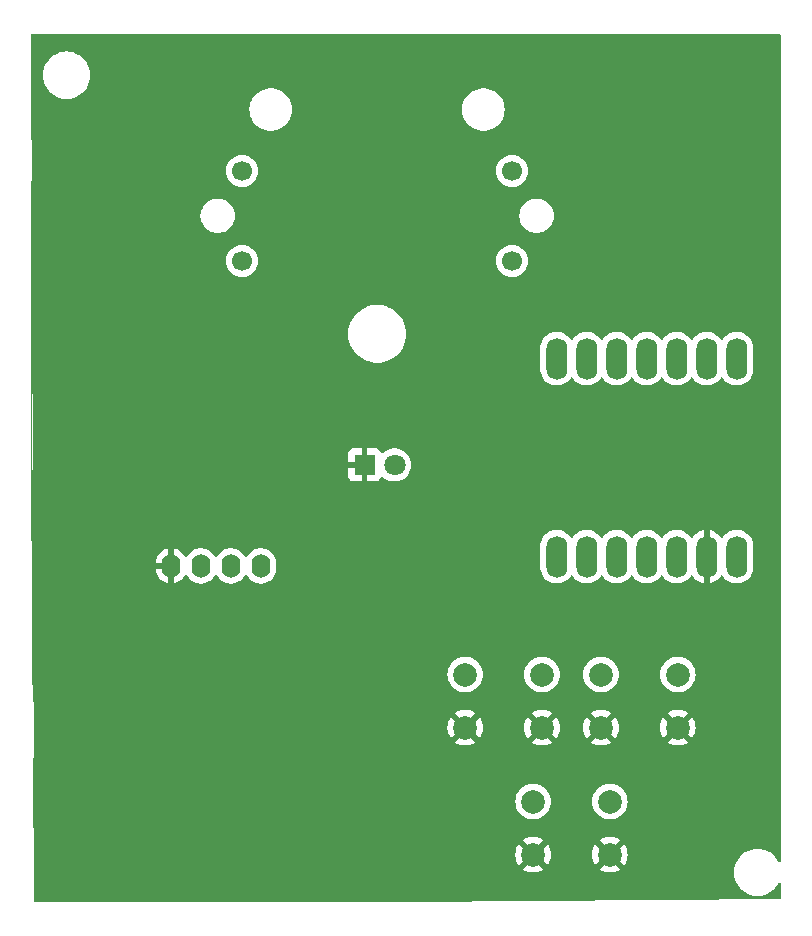
<source format=gbr>
%TF.GenerationSoftware,KiCad,Pcbnew,8.0.8*%
%TF.CreationDate,2025-02-27T23:00:34-08:00*%
%TF.ProjectId,514_final_display_pcb,3531345f-6669-46e6-916c-5f646973706c,rev?*%
%TF.SameCoordinates,Original*%
%TF.FileFunction,Copper,L2,Bot*%
%TF.FilePolarity,Positive*%
%FSLAX46Y46*%
G04 Gerber Fmt 4.6, Leading zero omitted, Abs format (unit mm)*
G04 Created by KiCad (PCBNEW 8.0.8) date 2025-02-27 23:00:34*
%MOMM*%
%LPD*%
G01*
G04 APERTURE LIST*
%TA.AperFunction,ComponentPad*%
%ADD10R,1.800000X1.800000*%
%TD*%
%TA.AperFunction,ComponentPad*%
%ADD11C,1.800000*%
%TD*%
%TA.AperFunction,ComponentPad*%
%ADD12C,1.700000*%
%TD*%
%TA.AperFunction,ComponentPad*%
%ADD13C,2.000000*%
%TD*%
%TA.AperFunction,ComponentPad*%
%ADD14O,1.600000X2.000000*%
%TD*%
%TA.AperFunction,ComponentPad*%
%ADD15O,1.778000X3.556000*%
%TD*%
G04 APERTURE END LIST*
D10*
%TO.P,D1,1,K*%
%TO.N,GND*%
X101975000Y-86000000D03*
D11*
%TO.P,D1,2,A*%
%TO.N,Net-(D1-A)*%
X104515000Y-86000000D03*
%TD*%
D12*
%TO.P,M1,1*%
%TO.N,/SM_1*%
X91610000Y-68720000D03*
%TO.P,M1,2,-*%
%TO.N,/SM_2*%
X91610000Y-61100000D03*
%TO.P,M1,3*%
%TO.N,/SM_3*%
X114470000Y-68720000D03*
%TO.P,M1,4*%
%TO.N,/SM_4*%
X114470000Y-61100000D03*
%TD*%
D13*
%TO.P,SW2,1,1*%
%TO.N,GND*%
X117000000Y-108250000D03*
X110500000Y-108250000D03*
%TO.P,SW2,2,2*%
%TO.N,/plus*%
X117000000Y-103750000D03*
X110500000Y-103750000D03*
%TD*%
D14*
%TO.P,Brd1,1,GND*%
%TO.N,GND*%
X85580000Y-94550000D03*
%TO.P,Brd1,2,VCC*%
%TO.N,/3.3V*%
X88120000Y-94550000D03*
%TO.P,Brd1,3,SCL*%
%TO.N,/SSD_SCL*%
X90660000Y-94550000D03*
%TO.P,Brd1,4,SDA*%
%TO.N,/SSD_SDA*%
X93200000Y-94550000D03*
%TD*%
D13*
%TO.P,SW1,1,1*%
%TO.N,GND*%
X122750000Y-119000000D03*
X116250000Y-119000000D03*
%TO.P,SW1,2,2*%
%TO.N,/Reset*%
X122750000Y-114500000D03*
X116250000Y-114500000D03*
%TD*%
D15*
%TO.P,U1,1,GPIO1_A0_D0*%
%TO.N,/SM_4*%
X133490000Y-76998000D03*
%TO.P,U1,2,GPIO2_A1_D1*%
%TO.N,/SM_2*%
X130950000Y-76998000D03*
%TO.P,U1,3,GPIO3_A2_D2*%
%TO.N,/SM_3*%
X128410000Y-76998000D03*
%TO.P,U1,4,GPIO4_A3_D3*%
%TO.N,/SM_1*%
X125870000Y-76998000D03*
%TO.P,U1,5,GPIO4_A3_D3_SDA*%
%TO.N,/SSD_SDA*%
X123330000Y-76998000D03*
%TO.P,U1,6,GPIO6_A5_D5_SCL*%
%TO.N,/SSD_SCL*%
X120790000Y-76998000D03*
%TO.P,U1,7,GPIO43_TX_D6*%
%TO.N,Net-(U1-GPIO43_TX_D6)*%
X118250000Y-76998000D03*
%TO.P,U1,8,5V*%
%TO.N,/BT1*%
X133490000Y-93762000D03*
%TO.P,U1,9,GND*%
%TO.N,GND*%
X130950000Y-93762000D03*
%TO.P,U1,10,3V3*%
%TO.N,/3.3V*%
X128410000Y-93762000D03*
%TO.P,U1,11,GPIO9_A10_D10_COPI*%
%TO.N,/minus*%
X125870000Y-93762000D03*
%TO.P,U1,12,GPIO8_A9_D9_CIPO*%
%TO.N,/plus*%
X123330000Y-93762000D03*
%TO.P,U1,13,GPIO7_A8_D8_SCK*%
%TO.N,/Reset*%
X120790000Y-93762000D03*
%TO.P,U1,14,GPIO44_D7_RX*%
%TO.N,unconnected-(U1-GPIO44_D7_RX-Pad14)*%
X118250000Y-93762000D03*
%TD*%
D13*
%TO.P,SW3,1,1*%
%TO.N,GND*%
X128500000Y-108250000D03*
X122000000Y-108250000D03*
%TO.P,SW3,2,2*%
%TO.N,/minus*%
X128500000Y-103750000D03*
X122000000Y-103750000D03*
%TD*%
%TA.AperFunction,Conductor*%
%TO.N,GND*%
G36*
X137249500Y-122628944D02*
G01*
X137229815Y-122695983D01*
X137177011Y-122741738D01*
X137126476Y-122752940D01*
X105814008Y-122999496D01*
X105813032Y-122999500D01*
X74121472Y-122999500D01*
X74119945Y-122999051D01*
X137249500Y-122500003D01*
X137249500Y-122628944D01*
G37*
%TD.AperFunction*%
%TA.AperFunction,Conductor*%
G36*
X73999612Y-122886005D02*
G01*
X73997475Y-122876338D01*
X73996621Y-122750000D01*
X73750503Y-86324444D01*
X73750500Y-86323606D01*
X73750500Y-49647000D01*
X73999612Y-122886005D01*
G37*
%TD.AperFunction*%
%TD*%
%TA.AperFunction,Conductor*%
%TO.N,GND*%
G36*
X137192539Y-49520185D02*
G01*
X137238294Y-49572989D01*
X137249500Y-49624500D01*
X137249500Y-119501743D01*
X137229815Y-119568782D01*
X137177011Y-119614537D01*
X137107853Y-119624481D01*
X137044297Y-119595456D01*
X137016668Y-119561170D01*
X136937229Y-119415690D01*
X136937224Y-119415682D01*
X136765745Y-119186612D01*
X136765729Y-119186594D01*
X136563405Y-118984270D01*
X136563387Y-118984254D01*
X136334317Y-118812775D01*
X136334309Y-118812770D01*
X136083166Y-118675635D01*
X136083167Y-118675635D01*
X135975915Y-118635632D01*
X135815046Y-118575631D01*
X135815043Y-118575630D01*
X135815037Y-118575628D01*
X135535433Y-118514804D01*
X135250001Y-118494390D01*
X135249999Y-118494390D01*
X134964566Y-118514804D01*
X134684962Y-118575628D01*
X134416833Y-118675635D01*
X134165690Y-118812770D01*
X134165682Y-118812775D01*
X133936612Y-118984254D01*
X133936594Y-118984270D01*
X133734270Y-119186594D01*
X133734254Y-119186612D01*
X133562775Y-119415682D01*
X133562770Y-119415690D01*
X133425635Y-119666833D01*
X133325628Y-119934962D01*
X133264804Y-120214566D01*
X133244390Y-120499998D01*
X133244390Y-120500000D01*
X133264804Y-120785433D01*
X133325628Y-121065037D01*
X133425635Y-121333166D01*
X133562770Y-121584309D01*
X133562775Y-121584317D01*
X133734254Y-121813387D01*
X133734270Y-121813405D01*
X133936594Y-122015729D01*
X133936612Y-122015745D01*
X134165682Y-122187224D01*
X134165690Y-122187229D01*
X134416833Y-122324364D01*
X134416832Y-122324364D01*
X134416836Y-122324365D01*
X134416839Y-122324367D01*
X134684954Y-122424369D01*
X134684960Y-122424370D01*
X134684962Y-122424371D01*
X134964566Y-122485195D01*
X134964568Y-122485195D01*
X134964572Y-122485196D01*
X135218220Y-122503337D01*
X135249999Y-122505610D01*
X135250000Y-122505610D01*
X135250001Y-122505610D01*
X135278595Y-122503564D01*
X135535428Y-122485196D01*
X135815046Y-122424369D01*
X136083161Y-122324367D01*
X136334315Y-122187226D01*
X136563395Y-122015739D01*
X136765739Y-121813395D01*
X136937226Y-121584315D01*
X136984218Y-121498256D01*
X137016668Y-121438829D01*
X137066073Y-121389424D01*
X137134346Y-121374572D01*
X137199811Y-121398989D01*
X137241682Y-121454923D01*
X137249500Y-121498256D01*
X137249500Y-122500003D01*
X74119945Y-122999051D01*
X74054433Y-122979815D01*
X74008678Y-122927011D01*
X73999612Y-122886005D01*
X73986394Y-118999994D01*
X114744859Y-118999994D01*
X114744859Y-119000005D01*
X114765385Y-119247729D01*
X114765387Y-119247738D01*
X114826412Y-119488717D01*
X114926267Y-119716367D01*
X115026562Y-119869881D01*
X115726212Y-119170233D01*
X115737482Y-119212292D01*
X115809890Y-119337708D01*
X115912292Y-119440110D01*
X116037708Y-119512518D01*
X116079766Y-119523787D01*
X115379943Y-120223609D01*
X115426768Y-120260055D01*
X115426771Y-120260057D01*
X115645385Y-120378364D01*
X115645396Y-120378369D01*
X115880506Y-120459083D01*
X116125707Y-120500000D01*
X116374293Y-120500000D01*
X116619493Y-120459083D01*
X116854603Y-120378369D01*
X116854614Y-120378364D01*
X117073230Y-120260056D01*
X117073236Y-120260051D01*
X117120055Y-120223610D01*
X117120056Y-120223609D01*
X116420233Y-119523787D01*
X116462292Y-119512518D01*
X116587708Y-119440110D01*
X116690110Y-119337708D01*
X116762518Y-119212292D01*
X116773787Y-119170234D01*
X117473435Y-119869882D01*
X117573733Y-119716364D01*
X117673587Y-119488717D01*
X117734612Y-119247738D01*
X117734614Y-119247729D01*
X117755141Y-119000005D01*
X117755141Y-118999994D01*
X121244859Y-118999994D01*
X121244859Y-119000005D01*
X121265385Y-119247729D01*
X121265387Y-119247738D01*
X121326412Y-119488717D01*
X121426267Y-119716367D01*
X121526562Y-119869881D01*
X122226212Y-119170233D01*
X122237482Y-119212292D01*
X122309890Y-119337708D01*
X122412292Y-119440110D01*
X122537708Y-119512518D01*
X122579766Y-119523787D01*
X121879943Y-120223609D01*
X121926768Y-120260055D01*
X121926771Y-120260057D01*
X122145385Y-120378364D01*
X122145396Y-120378369D01*
X122380506Y-120459083D01*
X122625707Y-120500000D01*
X122874293Y-120500000D01*
X123119493Y-120459083D01*
X123354603Y-120378369D01*
X123354614Y-120378364D01*
X123573230Y-120260056D01*
X123573236Y-120260051D01*
X123620055Y-120223610D01*
X123620056Y-120223609D01*
X122920233Y-119523787D01*
X122962292Y-119512518D01*
X123087708Y-119440110D01*
X123190110Y-119337708D01*
X123262518Y-119212292D01*
X123273787Y-119170234D01*
X123973435Y-119869882D01*
X124073733Y-119716364D01*
X124173587Y-119488717D01*
X124234612Y-119247738D01*
X124234614Y-119247729D01*
X124255141Y-119000005D01*
X124255141Y-118999994D01*
X124234614Y-118752270D01*
X124234612Y-118752261D01*
X124173587Y-118511282D01*
X124073732Y-118283632D01*
X123973435Y-118130116D01*
X123273787Y-118829765D01*
X123262518Y-118787708D01*
X123190110Y-118662292D01*
X123087708Y-118559890D01*
X122962292Y-118487482D01*
X122920233Y-118476212D01*
X123620055Y-117776389D01*
X123620055Y-117776388D01*
X123573236Y-117739947D01*
X123573231Y-117739944D01*
X123354614Y-117621635D01*
X123354603Y-117621630D01*
X123119493Y-117540916D01*
X122874293Y-117500000D01*
X122625707Y-117500000D01*
X122380506Y-117540916D01*
X122145396Y-117621630D01*
X122145385Y-117621635D01*
X121926770Y-117739943D01*
X121879943Y-117776389D01*
X122579766Y-118476212D01*
X122537708Y-118487482D01*
X122412292Y-118559890D01*
X122309890Y-118662292D01*
X122237482Y-118787708D01*
X122226212Y-118829766D01*
X121526563Y-118130117D01*
X121426267Y-118283633D01*
X121426265Y-118283637D01*
X121326412Y-118511282D01*
X121265387Y-118752261D01*
X121265385Y-118752270D01*
X121244859Y-118999994D01*
X117755141Y-118999994D01*
X117734614Y-118752270D01*
X117734612Y-118752261D01*
X117673587Y-118511282D01*
X117573732Y-118283632D01*
X117473435Y-118130116D01*
X116773787Y-118829765D01*
X116762518Y-118787708D01*
X116690110Y-118662292D01*
X116587708Y-118559890D01*
X116462292Y-118487482D01*
X116420233Y-118476212D01*
X117120055Y-117776389D01*
X117120055Y-117776388D01*
X117073236Y-117739947D01*
X117073231Y-117739944D01*
X116854614Y-117621635D01*
X116854603Y-117621630D01*
X116619493Y-117540916D01*
X116374293Y-117500000D01*
X116125707Y-117500000D01*
X115880506Y-117540916D01*
X115645396Y-117621630D01*
X115645385Y-117621635D01*
X115426770Y-117739943D01*
X115379943Y-117776389D01*
X116079766Y-118476212D01*
X116037708Y-118487482D01*
X115912292Y-118559890D01*
X115809890Y-118662292D01*
X115737482Y-118787708D01*
X115726212Y-118829766D01*
X115026563Y-118130117D01*
X114926267Y-118283633D01*
X114926265Y-118283637D01*
X114826412Y-118511282D01*
X114765387Y-118752261D01*
X114765385Y-118752270D01*
X114744859Y-118999994D01*
X73986394Y-118999994D01*
X73971088Y-114499994D01*
X114744357Y-114499994D01*
X114744357Y-114500005D01*
X114764890Y-114747812D01*
X114764892Y-114747824D01*
X114825936Y-114988881D01*
X114925826Y-115216606D01*
X115061833Y-115424782D01*
X115061836Y-115424785D01*
X115230256Y-115607738D01*
X115426491Y-115760474D01*
X115645190Y-115878828D01*
X115880386Y-115959571D01*
X116125665Y-116000500D01*
X116374335Y-116000500D01*
X116619614Y-115959571D01*
X116854810Y-115878828D01*
X117073509Y-115760474D01*
X117269744Y-115607738D01*
X117438164Y-115424785D01*
X117574173Y-115216607D01*
X117674063Y-114988881D01*
X117735108Y-114747821D01*
X117755643Y-114500000D01*
X117755643Y-114499994D01*
X121244357Y-114499994D01*
X121244357Y-114500005D01*
X121264890Y-114747812D01*
X121264892Y-114747824D01*
X121325936Y-114988881D01*
X121425826Y-115216606D01*
X121561833Y-115424782D01*
X121561836Y-115424785D01*
X121730256Y-115607738D01*
X121926491Y-115760474D01*
X122145190Y-115878828D01*
X122380386Y-115959571D01*
X122625665Y-116000500D01*
X122874335Y-116000500D01*
X123119614Y-115959571D01*
X123354810Y-115878828D01*
X123573509Y-115760474D01*
X123769744Y-115607738D01*
X123938164Y-115424785D01*
X124074173Y-115216607D01*
X124174063Y-114988881D01*
X124235108Y-114747821D01*
X124255643Y-114500000D01*
X124235108Y-114252179D01*
X124174063Y-114011119D01*
X124074173Y-113783393D01*
X123938166Y-113575217D01*
X123916557Y-113551744D01*
X123769744Y-113392262D01*
X123573509Y-113239526D01*
X123573507Y-113239525D01*
X123573506Y-113239524D01*
X123354811Y-113121172D01*
X123354802Y-113121169D01*
X123119616Y-113040429D01*
X122874335Y-112999500D01*
X122625665Y-112999500D01*
X122380383Y-113040429D01*
X122145197Y-113121169D01*
X122145188Y-113121172D01*
X121926493Y-113239524D01*
X121730257Y-113392261D01*
X121561833Y-113575217D01*
X121425826Y-113783393D01*
X121325936Y-114011118D01*
X121264892Y-114252175D01*
X121264890Y-114252187D01*
X121244357Y-114499994D01*
X117755643Y-114499994D01*
X117735108Y-114252179D01*
X117674063Y-114011119D01*
X117574173Y-113783393D01*
X117438166Y-113575217D01*
X117416557Y-113551744D01*
X117269744Y-113392262D01*
X117073509Y-113239526D01*
X117073507Y-113239525D01*
X117073506Y-113239524D01*
X116854811Y-113121172D01*
X116854802Y-113121169D01*
X116619616Y-113040429D01*
X116374335Y-112999500D01*
X116125665Y-112999500D01*
X115880383Y-113040429D01*
X115645197Y-113121169D01*
X115645188Y-113121172D01*
X115426493Y-113239524D01*
X115230257Y-113392261D01*
X115061833Y-113575217D01*
X114925826Y-113783393D01*
X114825936Y-114011118D01*
X114764892Y-114252175D01*
X114764890Y-114252187D01*
X114744357Y-114499994D01*
X73971088Y-114499994D01*
X73949830Y-108249994D01*
X108994859Y-108249994D01*
X108994859Y-108250005D01*
X109015385Y-108497729D01*
X109015387Y-108497738D01*
X109076412Y-108738717D01*
X109176267Y-108966367D01*
X109276562Y-109119881D01*
X109976212Y-108420233D01*
X109987482Y-108462292D01*
X110059890Y-108587708D01*
X110162292Y-108690110D01*
X110287708Y-108762518D01*
X110329766Y-108773787D01*
X109629943Y-109473609D01*
X109676768Y-109510055D01*
X109676771Y-109510057D01*
X109895385Y-109628364D01*
X109895396Y-109628369D01*
X110130506Y-109709083D01*
X110375707Y-109750000D01*
X110624293Y-109750000D01*
X110869493Y-109709083D01*
X111104603Y-109628369D01*
X111104614Y-109628364D01*
X111323230Y-109510056D01*
X111323236Y-109510051D01*
X111370055Y-109473610D01*
X111370056Y-109473609D01*
X110670233Y-108773787D01*
X110712292Y-108762518D01*
X110837708Y-108690110D01*
X110940110Y-108587708D01*
X111012518Y-108462292D01*
X111023787Y-108420233D01*
X111723435Y-109119882D01*
X111823733Y-108966364D01*
X111923587Y-108738717D01*
X111984612Y-108497738D01*
X111984614Y-108497729D01*
X112005141Y-108250005D01*
X112005141Y-108249994D01*
X115494859Y-108249994D01*
X115494859Y-108250005D01*
X115515385Y-108497729D01*
X115515387Y-108497738D01*
X115576412Y-108738717D01*
X115676267Y-108966367D01*
X115776562Y-109119881D01*
X116476212Y-108420233D01*
X116487482Y-108462292D01*
X116559890Y-108587708D01*
X116662292Y-108690110D01*
X116787708Y-108762518D01*
X116829766Y-108773787D01*
X116129943Y-109473609D01*
X116176768Y-109510055D01*
X116176771Y-109510057D01*
X116395385Y-109628364D01*
X116395396Y-109628369D01*
X116630506Y-109709083D01*
X116875707Y-109750000D01*
X117124293Y-109750000D01*
X117369493Y-109709083D01*
X117604603Y-109628369D01*
X117604614Y-109628364D01*
X117823230Y-109510056D01*
X117823236Y-109510051D01*
X117870055Y-109473610D01*
X117870056Y-109473609D01*
X117170233Y-108773787D01*
X117212292Y-108762518D01*
X117337708Y-108690110D01*
X117440110Y-108587708D01*
X117512518Y-108462292D01*
X117523787Y-108420234D01*
X118223435Y-109119882D01*
X118323733Y-108966364D01*
X118423587Y-108738717D01*
X118484612Y-108497738D01*
X118484614Y-108497729D01*
X118505141Y-108250005D01*
X118505141Y-108249994D01*
X120494859Y-108249994D01*
X120494859Y-108250005D01*
X120515385Y-108497729D01*
X120515387Y-108497738D01*
X120576412Y-108738717D01*
X120676267Y-108966367D01*
X120776562Y-109119881D01*
X121476212Y-108420233D01*
X121487482Y-108462292D01*
X121559890Y-108587708D01*
X121662292Y-108690110D01*
X121787708Y-108762518D01*
X121829766Y-108773787D01*
X121129943Y-109473609D01*
X121176768Y-109510055D01*
X121176771Y-109510057D01*
X121395385Y-109628364D01*
X121395396Y-109628369D01*
X121630506Y-109709083D01*
X121875707Y-109750000D01*
X122124293Y-109750000D01*
X122369493Y-109709083D01*
X122604603Y-109628369D01*
X122604614Y-109628364D01*
X122823230Y-109510056D01*
X122823236Y-109510051D01*
X122870055Y-109473610D01*
X122870056Y-109473609D01*
X122170233Y-108773787D01*
X122212292Y-108762518D01*
X122337708Y-108690110D01*
X122440110Y-108587708D01*
X122512518Y-108462292D01*
X122523787Y-108420234D01*
X123223435Y-109119882D01*
X123323733Y-108966364D01*
X123423587Y-108738717D01*
X123484612Y-108497738D01*
X123484614Y-108497729D01*
X123505141Y-108250005D01*
X123505141Y-108249994D01*
X126994859Y-108249994D01*
X126994859Y-108250005D01*
X127015385Y-108497729D01*
X127015387Y-108497738D01*
X127076412Y-108738717D01*
X127176267Y-108966367D01*
X127276562Y-109119881D01*
X127976212Y-108420233D01*
X127987482Y-108462292D01*
X128059890Y-108587708D01*
X128162292Y-108690110D01*
X128287708Y-108762518D01*
X128329766Y-108773787D01*
X127629943Y-109473609D01*
X127676768Y-109510055D01*
X127676771Y-109510057D01*
X127895385Y-109628364D01*
X127895396Y-109628369D01*
X128130506Y-109709083D01*
X128375707Y-109750000D01*
X128624293Y-109750000D01*
X128869493Y-109709083D01*
X129104603Y-109628369D01*
X129104614Y-109628364D01*
X129323230Y-109510056D01*
X129323236Y-109510051D01*
X129370055Y-109473610D01*
X129370056Y-109473609D01*
X128670233Y-108773787D01*
X128712292Y-108762518D01*
X128837708Y-108690110D01*
X128940110Y-108587708D01*
X129012518Y-108462292D01*
X129023787Y-108420234D01*
X129723435Y-109119882D01*
X129823733Y-108966364D01*
X129923587Y-108738717D01*
X129984612Y-108497738D01*
X129984614Y-108497729D01*
X130005141Y-108250005D01*
X130005141Y-108249994D01*
X129984614Y-108002270D01*
X129984612Y-108002261D01*
X129923587Y-107761282D01*
X129823732Y-107533632D01*
X129723435Y-107380116D01*
X129023787Y-108079765D01*
X129012518Y-108037708D01*
X128940110Y-107912292D01*
X128837708Y-107809890D01*
X128712292Y-107737482D01*
X128670233Y-107726212D01*
X129370055Y-107026389D01*
X129370055Y-107026388D01*
X129323236Y-106989947D01*
X129323231Y-106989944D01*
X129104614Y-106871635D01*
X129104603Y-106871630D01*
X128869493Y-106790916D01*
X128624293Y-106750000D01*
X128375707Y-106750000D01*
X128130506Y-106790916D01*
X127895396Y-106871630D01*
X127895385Y-106871635D01*
X127676770Y-106989943D01*
X127629943Y-107026389D01*
X128329766Y-107726212D01*
X128287708Y-107737482D01*
X128162292Y-107809890D01*
X128059890Y-107912292D01*
X127987482Y-108037708D01*
X127976212Y-108079766D01*
X127276563Y-107380117D01*
X127176267Y-107533633D01*
X127176265Y-107533637D01*
X127076412Y-107761282D01*
X127015387Y-108002261D01*
X127015385Y-108002270D01*
X126994859Y-108249994D01*
X123505141Y-108249994D01*
X123484614Y-108002270D01*
X123484612Y-108002261D01*
X123423587Y-107761282D01*
X123323732Y-107533632D01*
X123223435Y-107380116D01*
X122523787Y-108079765D01*
X122512518Y-108037708D01*
X122440110Y-107912292D01*
X122337708Y-107809890D01*
X122212292Y-107737482D01*
X122170233Y-107726212D01*
X122870055Y-107026389D01*
X122870055Y-107026388D01*
X122823236Y-106989947D01*
X122823231Y-106989944D01*
X122604614Y-106871635D01*
X122604603Y-106871630D01*
X122369493Y-106790916D01*
X122124293Y-106750000D01*
X121875707Y-106750000D01*
X121630506Y-106790916D01*
X121395396Y-106871630D01*
X121395385Y-106871635D01*
X121176770Y-106989943D01*
X121129943Y-107026389D01*
X121829766Y-107726212D01*
X121787708Y-107737482D01*
X121662292Y-107809890D01*
X121559890Y-107912292D01*
X121487482Y-108037708D01*
X121476212Y-108079765D01*
X120776563Y-107380117D01*
X120676267Y-107533633D01*
X120676265Y-107533637D01*
X120576412Y-107761282D01*
X120515387Y-108002261D01*
X120515385Y-108002270D01*
X120494859Y-108249994D01*
X118505141Y-108249994D01*
X118484614Y-108002270D01*
X118484612Y-108002261D01*
X118423587Y-107761282D01*
X118323732Y-107533632D01*
X118223435Y-107380116D01*
X117523787Y-108079765D01*
X117512518Y-108037708D01*
X117440110Y-107912292D01*
X117337708Y-107809890D01*
X117212292Y-107737482D01*
X117170233Y-107726212D01*
X117870055Y-107026389D01*
X117870055Y-107026388D01*
X117823236Y-106989947D01*
X117823231Y-106989944D01*
X117604614Y-106871635D01*
X117604603Y-106871630D01*
X117369493Y-106790916D01*
X117124293Y-106750000D01*
X116875707Y-106750000D01*
X116630506Y-106790916D01*
X116395396Y-106871630D01*
X116395385Y-106871635D01*
X116176770Y-106989943D01*
X116129943Y-107026389D01*
X116829766Y-107726212D01*
X116787708Y-107737482D01*
X116662292Y-107809890D01*
X116559890Y-107912292D01*
X116487482Y-108037708D01*
X116476212Y-108079766D01*
X115776563Y-107380117D01*
X115676267Y-107533633D01*
X115676265Y-107533637D01*
X115576412Y-107761282D01*
X115515387Y-108002261D01*
X115515385Y-108002270D01*
X115494859Y-108249994D01*
X112005141Y-108249994D01*
X111984614Y-108002270D01*
X111984612Y-108002261D01*
X111923587Y-107761282D01*
X111823732Y-107533632D01*
X111723435Y-107380116D01*
X111023787Y-108079765D01*
X111012518Y-108037708D01*
X110940110Y-107912292D01*
X110837708Y-107809890D01*
X110712292Y-107737482D01*
X110670233Y-107726212D01*
X111370055Y-107026389D01*
X111370055Y-107026388D01*
X111323236Y-106989947D01*
X111323231Y-106989944D01*
X111104614Y-106871635D01*
X111104603Y-106871630D01*
X110869493Y-106790916D01*
X110624293Y-106750000D01*
X110375707Y-106750000D01*
X110130506Y-106790916D01*
X109895396Y-106871630D01*
X109895385Y-106871635D01*
X109676770Y-106989943D01*
X109629943Y-107026389D01*
X110329766Y-107726212D01*
X110287708Y-107737482D01*
X110162292Y-107809890D01*
X110059890Y-107912292D01*
X109987482Y-108037708D01*
X109976212Y-108079766D01*
X109276563Y-107380117D01*
X109176267Y-107533633D01*
X109176265Y-107533637D01*
X109076412Y-107761282D01*
X109015387Y-108002261D01*
X109015385Y-108002270D01*
X108994859Y-108249994D01*
X73949830Y-108249994D01*
X73934524Y-103749994D01*
X108994357Y-103749994D01*
X108994357Y-103750005D01*
X109014890Y-103997812D01*
X109014892Y-103997824D01*
X109075936Y-104238881D01*
X109175826Y-104466606D01*
X109311833Y-104674782D01*
X109311836Y-104674785D01*
X109480256Y-104857738D01*
X109676491Y-105010474D01*
X109895190Y-105128828D01*
X110130386Y-105209571D01*
X110375665Y-105250500D01*
X110624335Y-105250500D01*
X110869614Y-105209571D01*
X111104810Y-105128828D01*
X111323509Y-105010474D01*
X111519744Y-104857738D01*
X111688164Y-104674785D01*
X111824173Y-104466607D01*
X111924063Y-104238881D01*
X111985108Y-103997821D01*
X112005643Y-103750000D01*
X112005643Y-103749994D01*
X115494357Y-103749994D01*
X115494357Y-103750005D01*
X115514890Y-103997812D01*
X115514892Y-103997824D01*
X115575936Y-104238881D01*
X115675826Y-104466606D01*
X115811833Y-104674782D01*
X115811836Y-104674785D01*
X115980256Y-104857738D01*
X116176491Y-105010474D01*
X116395190Y-105128828D01*
X116630386Y-105209571D01*
X116875665Y-105250500D01*
X117124335Y-105250500D01*
X117369614Y-105209571D01*
X117604810Y-105128828D01*
X117823509Y-105010474D01*
X118019744Y-104857738D01*
X118188164Y-104674785D01*
X118324173Y-104466607D01*
X118424063Y-104238881D01*
X118485108Y-103997821D01*
X118505643Y-103750000D01*
X118505643Y-103749994D01*
X120494357Y-103749994D01*
X120494357Y-103750005D01*
X120514890Y-103997812D01*
X120514892Y-103997824D01*
X120575936Y-104238881D01*
X120675826Y-104466606D01*
X120811833Y-104674782D01*
X120811836Y-104674785D01*
X120980256Y-104857738D01*
X121176491Y-105010474D01*
X121395190Y-105128828D01*
X121630386Y-105209571D01*
X121875665Y-105250500D01*
X122124335Y-105250500D01*
X122369614Y-105209571D01*
X122604810Y-105128828D01*
X122823509Y-105010474D01*
X123019744Y-104857738D01*
X123188164Y-104674785D01*
X123324173Y-104466607D01*
X123424063Y-104238881D01*
X123485108Y-103997821D01*
X123505643Y-103750000D01*
X123505643Y-103749994D01*
X126994357Y-103749994D01*
X126994357Y-103750005D01*
X127014890Y-103997812D01*
X127014892Y-103997824D01*
X127075936Y-104238881D01*
X127175826Y-104466606D01*
X127311833Y-104674782D01*
X127311836Y-104674785D01*
X127480256Y-104857738D01*
X127676491Y-105010474D01*
X127895190Y-105128828D01*
X128130386Y-105209571D01*
X128375665Y-105250500D01*
X128624335Y-105250500D01*
X128869614Y-105209571D01*
X129104810Y-105128828D01*
X129323509Y-105010474D01*
X129519744Y-104857738D01*
X129688164Y-104674785D01*
X129824173Y-104466607D01*
X129924063Y-104238881D01*
X129985108Y-103997821D01*
X130005643Y-103750000D01*
X129985108Y-103502179D01*
X129924063Y-103261119D01*
X129824173Y-103033393D01*
X129688166Y-102825217D01*
X129666557Y-102801744D01*
X129519744Y-102642262D01*
X129323509Y-102489526D01*
X129323507Y-102489525D01*
X129323506Y-102489524D01*
X129104811Y-102371172D01*
X129104802Y-102371169D01*
X128869616Y-102290429D01*
X128624335Y-102249500D01*
X128375665Y-102249500D01*
X128130383Y-102290429D01*
X127895197Y-102371169D01*
X127895188Y-102371172D01*
X127676493Y-102489524D01*
X127480257Y-102642261D01*
X127311833Y-102825217D01*
X127175826Y-103033393D01*
X127075936Y-103261118D01*
X127014892Y-103502175D01*
X127014890Y-103502187D01*
X126994357Y-103749994D01*
X123505643Y-103749994D01*
X123485108Y-103502179D01*
X123424063Y-103261119D01*
X123324173Y-103033393D01*
X123188166Y-102825217D01*
X123166557Y-102801744D01*
X123019744Y-102642262D01*
X122823509Y-102489526D01*
X122823507Y-102489525D01*
X122823506Y-102489524D01*
X122604811Y-102371172D01*
X122604802Y-102371169D01*
X122369616Y-102290429D01*
X122124335Y-102249500D01*
X121875665Y-102249500D01*
X121630383Y-102290429D01*
X121395197Y-102371169D01*
X121395188Y-102371172D01*
X121176493Y-102489524D01*
X120980257Y-102642261D01*
X120811833Y-102825217D01*
X120675826Y-103033393D01*
X120575936Y-103261118D01*
X120514892Y-103502175D01*
X120514890Y-103502187D01*
X120494357Y-103749994D01*
X118505643Y-103749994D01*
X118485108Y-103502179D01*
X118424063Y-103261119D01*
X118324173Y-103033393D01*
X118188166Y-102825217D01*
X118166557Y-102801744D01*
X118019744Y-102642262D01*
X117823509Y-102489526D01*
X117823507Y-102489525D01*
X117823506Y-102489524D01*
X117604811Y-102371172D01*
X117604802Y-102371169D01*
X117369616Y-102290429D01*
X117124335Y-102249500D01*
X116875665Y-102249500D01*
X116630383Y-102290429D01*
X116395197Y-102371169D01*
X116395188Y-102371172D01*
X116176493Y-102489524D01*
X115980257Y-102642261D01*
X115811833Y-102825217D01*
X115675826Y-103033393D01*
X115575936Y-103261118D01*
X115514892Y-103502175D01*
X115514890Y-103502187D01*
X115494357Y-103749994D01*
X112005643Y-103749994D01*
X111985108Y-103502179D01*
X111924063Y-103261119D01*
X111824173Y-103033393D01*
X111688166Y-102825217D01*
X111666557Y-102801744D01*
X111519744Y-102642262D01*
X111323509Y-102489526D01*
X111323507Y-102489525D01*
X111323506Y-102489524D01*
X111104811Y-102371172D01*
X111104802Y-102371169D01*
X110869616Y-102290429D01*
X110624335Y-102249500D01*
X110375665Y-102249500D01*
X110130383Y-102290429D01*
X109895197Y-102371169D01*
X109895188Y-102371172D01*
X109676493Y-102489524D01*
X109480257Y-102642261D01*
X109311833Y-102825217D01*
X109175826Y-103033393D01*
X109075936Y-103261118D01*
X109014892Y-103502175D01*
X109014890Y-103502187D01*
X108994357Y-103749994D01*
X73934524Y-103749994D01*
X73902203Y-94247682D01*
X84280000Y-94247682D01*
X84280000Y-94300000D01*
X85146988Y-94300000D01*
X85114075Y-94357007D01*
X85080000Y-94484174D01*
X85080000Y-94615826D01*
X85114075Y-94742993D01*
X85146988Y-94800000D01*
X84280000Y-94800000D01*
X84280000Y-94852317D01*
X84312009Y-95054417D01*
X84375244Y-95249031D01*
X84468140Y-95431349D01*
X84588417Y-95596894D01*
X84588417Y-95596895D01*
X84733104Y-95741582D01*
X84898650Y-95861859D01*
X85080968Y-95954754D01*
X85275578Y-96017988D01*
X85330000Y-96026607D01*
X85330000Y-94983012D01*
X85387007Y-95015925D01*
X85514174Y-95050000D01*
X85645826Y-95050000D01*
X85772993Y-95015925D01*
X85830000Y-94983012D01*
X85830000Y-96026606D01*
X85884421Y-96017988D01*
X86079031Y-95954754D01*
X86261349Y-95861859D01*
X86426894Y-95741582D01*
X86426895Y-95741582D01*
X86571582Y-95596895D01*
X86571582Y-95596894D01*
X86691861Y-95431347D01*
X86739234Y-95338371D01*
X86787208Y-95287575D01*
X86855028Y-95270779D01*
X86921164Y-95293316D01*
X86960203Y-95338369D01*
X87007713Y-95431611D01*
X87128028Y-95597213D01*
X87272786Y-95741971D01*
X87406305Y-95838976D01*
X87438390Y-95862287D01*
X87554607Y-95921503D01*
X87620776Y-95955218D01*
X87620778Y-95955218D01*
X87620781Y-95955220D01*
X87725137Y-95989127D01*
X87815465Y-96018477D01*
X87916557Y-96034488D01*
X88017648Y-96050500D01*
X88017649Y-96050500D01*
X88222351Y-96050500D01*
X88222352Y-96050500D01*
X88424534Y-96018477D01*
X88619219Y-95955220D01*
X88801610Y-95862287D01*
X88894590Y-95794732D01*
X88967213Y-95741971D01*
X88967215Y-95741968D01*
X88967219Y-95741966D01*
X89111966Y-95597219D01*
X89111968Y-95597215D01*
X89111971Y-95597213D01*
X89232284Y-95431614D01*
X89232286Y-95431611D01*
X89232287Y-95431610D01*
X89279516Y-95338917D01*
X89327489Y-95288123D01*
X89395310Y-95271328D01*
X89461445Y-95293865D01*
X89500483Y-95338917D01*
X89525997Y-95388990D01*
X89547715Y-95431614D01*
X89668028Y-95597213D01*
X89812786Y-95741971D01*
X89946305Y-95838976D01*
X89978390Y-95862287D01*
X90094607Y-95921503D01*
X90160776Y-95955218D01*
X90160778Y-95955218D01*
X90160781Y-95955220D01*
X90265137Y-95989127D01*
X90355465Y-96018477D01*
X90456557Y-96034488D01*
X90557648Y-96050500D01*
X90557649Y-96050500D01*
X90762351Y-96050500D01*
X90762352Y-96050500D01*
X90964534Y-96018477D01*
X91159219Y-95955220D01*
X91341610Y-95862287D01*
X91434590Y-95794732D01*
X91507213Y-95741971D01*
X91507215Y-95741968D01*
X91507219Y-95741966D01*
X91651966Y-95597219D01*
X91651968Y-95597215D01*
X91651971Y-95597213D01*
X91772284Y-95431614D01*
X91772286Y-95431611D01*
X91772287Y-95431610D01*
X91819516Y-95338917D01*
X91867489Y-95288123D01*
X91935310Y-95271328D01*
X92001445Y-95293865D01*
X92040483Y-95338917D01*
X92065997Y-95388990D01*
X92087715Y-95431614D01*
X92208028Y-95597213D01*
X92352786Y-95741971D01*
X92486305Y-95838976D01*
X92518390Y-95862287D01*
X92634607Y-95921503D01*
X92700776Y-95955218D01*
X92700778Y-95955218D01*
X92700781Y-95955220D01*
X92805137Y-95989127D01*
X92895465Y-96018477D01*
X92996557Y-96034488D01*
X93097648Y-96050500D01*
X93097649Y-96050500D01*
X93302351Y-96050500D01*
X93302352Y-96050500D01*
X93504534Y-96018477D01*
X93699219Y-95955220D01*
X93881610Y-95862287D01*
X93974590Y-95794732D01*
X94047213Y-95741971D01*
X94047215Y-95741968D01*
X94047219Y-95741966D01*
X94191966Y-95597219D01*
X94191968Y-95597215D01*
X94191971Y-95597213D01*
X94244732Y-95524590D01*
X94312287Y-95431610D01*
X94405220Y-95249219D01*
X94468477Y-95054534D01*
X94500500Y-94852352D01*
X94500500Y-94247648D01*
X94469195Y-94050000D01*
X94468477Y-94045465D01*
X94439127Y-93955137D01*
X94405220Y-93850781D01*
X94405218Y-93850778D01*
X94405218Y-93850776D01*
X94312419Y-93668650D01*
X94312287Y-93668390D01*
X94304556Y-93657749D01*
X94191971Y-93502786D01*
X94047213Y-93358028D01*
X93881613Y-93237715D01*
X93881612Y-93237714D01*
X93881610Y-93237713D01*
X93799903Y-93196081D01*
X93699223Y-93144781D01*
X93504534Y-93081522D01*
X93329995Y-93053878D01*
X93302352Y-93049500D01*
X93097648Y-93049500D01*
X93073329Y-93053351D01*
X92895465Y-93081522D01*
X92700776Y-93144781D01*
X92518386Y-93237715D01*
X92352786Y-93358028D01*
X92208028Y-93502786D01*
X92087715Y-93668386D01*
X92040485Y-93761080D01*
X91992510Y-93811876D01*
X91924689Y-93828671D01*
X91858554Y-93806134D01*
X91819515Y-93761080D01*
X91772419Y-93668650D01*
X91772287Y-93668390D01*
X91764556Y-93657749D01*
X91651971Y-93502786D01*
X91507213Y-93358028D01*
X91341613Y-93237715D01*
X91341612Y-93237714D01*
X91341610Y-93237713D01*
X91259903Y-93196081D01*
X91159223Y-93144781D01*
X90964534Y-93081522D01*
X90789995Y-93053878D01*
X90762352Y-93049500D01*
X90557648Y-93049500D01*
X90533329Y-93053351D01*
X90355465Y-93081522D01*
X90160776Y-93144781D01*
X89978386Y-93237715D01*
X89812786Y-93358028D01*
X89668028Y-93502786D01*
X89547715Y-93668386D01*
X89500485Y-93761080D01*
X89452510Y-93811876D01*
X89384689Y-93828671D01*
X89318554Y-93806134D01*
X89279515Y-93761080D01*
X89232419Y-93668650D01*
X89232287Y-93668390D01*
X89224556Y-93657749D01*
X89111971Y-93502786D01*
X88967213Y-93358028D01*
X88801613Y-93237715D01*
X88801612Y-93237714D01*
X88801610Y-93237713D01*
X88719903Y-93196081D01*
X88619223Y-93144781D01*
X88424534Y-93081522D01*
X88249995Y-93053878D01*
X88222352Y-93049500D01*
X88017648Y-93049500D01*
X87993329Y-93053351D01*
X87815465Y-93081522D01*
X87620776Y-93144781D01*
X87438386Y-93237715D01*
X87272786Y-93358028D01*
X87128028Y-93502786D01*
X87007713Y-93668388D01*
X86960203Y-93761630D01*
X86912228Y-93812426D01*
X86844407Y-93829220D01*
X86778272Y-93806682D01*
X86739234Y-93761628D01*
X86691861Y-93668652D01*
X86571582Y-93503105D01*
X86571582Y-93503104D01*
X86426895Y-93358417D01*
X86261349Y-93238140D01*
X86079029Y-93145244D01*
X85884413Y-93082009D01*
X85830000Y-93073390D01*
X85830000Y-94116988D01*
X85772993Y-94084075D01*
X85645826Y-94050000D01*
X85514174Y-94050000D01*
X85387007Y-94084075D01*
X85330000Y-94116988D01*
X85330000Y-93073390D01*
X85275586Y-93082009D01*
X85080970Y-93145244D01*
X84898650Y-93238140D01*
X84733105Y-93358417D01*
X84733104Y-93358417D01*
X84588417Y-93503104D01*
X84588417Y-93503105D01*
X84468140Y-93668650D01*
X84375244Y-93850968D01*
X84312009Y-94045582D01*
X84280000Y-94247682D01*
X73902203Y-94247682D01*
X73897155Y-92763638D01*
X116860500Y-92763638D01*
X116860500Y-94760361D01*
X116894714Y-94976376D01*
X116962297Y-95184380D01*
X116962298Y-95184383D01*
X117018083Y-95293865D01*
X117049722Y-95355960D01*
X117061595Y-95379260D01*
X117190142Y-95556193D01*
X117344806Y-95710857D01*
X117510374Y-95831147D01*
X117521743Y-95839407D01*
X117649132Y-95904315D01*
X117716616Y-95938701D01*
X117716619Y-95938702D01*
X117820621Y-95972493D01*
X117924625Y-96006286D01*
X118024672Y-96022132D01*
X118140639Y-96040500D01*
X118140644Y-96040500D01*
X118359361Y-96040500D01*
X118464082Y-96023912D01*
X118575375Y-96006286D01*
X118783383Y-95938701D01*
X118978257Y-95839407D01*
X119112374Y-95741966D01*
X119155193Y-95710857D01*
X119155195Y-95710854D01*
X119155199Y-95710852D01*
X119309852Y-95556199D01*
X119419683Y-95405028D01*
X119475011Y-95362364D01*
X119544624Y-95356385D01*
X119606420Y-95388990D01*
X119620313Y-95405023D01*
X119729906Y-95555866D01*
X119730148Y-95556199D01*
X119884806Y-95710857D01*
X120050374Y-95831147D01*
X120061743Y-95839407D01*
X120189132Y-95904315D01*
X120256616Y-95938701D01*
X120256619Y-95938702D01*
X120360621Y-95972493D01*
X120464625Y-96006286D01*
X120564672Y-96022132D01*
X120680639Y-96040500D01*
X120680644Y-96040500D01*
X120899361Y-96040500D01*
X121004082Y-96023912D01*
X121115375Y-96006286D01*
X121323383Y-95938701D01*
X121518257Y-95839407D01*
X121652374Y-95741966D01*
X121695193Y-95710857D01*
X121695195Y-95710854D01*
X121695199Y-95710852D01*
X121849852Y-95556199D01*
X121959683Y-95405028D01*
X122015011Y-95362364D01*
X122084624Y-95356385D01*
X122146420Y-95388990D01*
X122160313Y-95405023D01*
X122269906Y-95555866D01*
X122270148Y-95556199D01*
X122424806Y-95710857D01*
X122590374Y-95831147D01*
X122601743Y-95839407D01*
X122729132Y-95904315D01*
X122796616Y-95938701D01*
X122796619Y-95938702D01*
X122900621Y-95972493D01*
X123004625Y-96006286D01*
X123104672Y-96022132D01*
X123220639Y-96040500D01*
X123220644Y-96040500D01*
X123439361Y-96040500D01*
X123544082Y-96023912D01*
X123655375Y-96006286D01*
X123863383Y-95938701D01*
X124058257Y-95839407D01*
X124192374Y-95741966D01*
X124235193Y-95710857D01*
X124235195Y-95710854D01*
X124235199Y-95710852D01*
X124389852Y-95556199D01*
X124499683Y-95405028D01*
X124555011Y-95362364D01*
X124624624Y-95356385D01*
X124686420Y-95388990D01*
X124700313Y-95405023D01*
X124809906Y-95555866D01*
X124810148Y-95556199D01*
X124964806Y-95710857D01*
X125130374Y-95831147D01*
X125141743Y-95839407D01*
X125269132Y-95904315D01*
X125336616Y-95938701D01*
X125336619Y-95938702D01*
X125440621Y-95972493D01*
X125544625Y-96006286D01*
X125644672Y-96022132D01*
X125760639Y-96040500D01*
X125760644Y-96040500D01*
X125979361Y-96040500D01*
X126084082Y-96023912D01*
X126195375Y-96006286D01*
X126403383Y-95938701D01*
X126598257Y-95839407D01*
X126732374Y-95741966D01*
X126775193Y-95710857D01*
X126775195Y-95710854D01*
X126775199Y-95710852D01*
X126929852Y-95556199D01*
X127039683Y-95405028D01*
X127095011Y-95362364D01*
X127164624Y-95356385D01*
X127226420Y-95388990D01*
X127240313Y-95405023D01*
X127349906Y-95555866D01*
X127350148Y-95556199D01*
X127504806Y-95710857D01*
X127670374Y-95831147D01*
X127681743Y-95839407D01*
X127809132Y-95904315D01*
X127876616Y-95938701D01*
X127876619Y-95938702D01*
X127980621Y-95972493D01*
X128084625Y-96006286D01*
X128184672Y-96022132D01*
X128300639Y-96040500D01*
X128300644Y-96040500D01*
X128519361Y-96040500D01*
X128624082Y-96023912D01*
X128735375Y-96006286D01*
X128943383Y-95938701D01*
X129138257Y-95839407D01*
X129272374Y-95741966D01*
X129315193Y-95710857D01*
X129315195Y-95710854D01*
X129315199Y-95710852D01*
X129469852Y-95556199D01*
X129579991Y-95404603D01*
X129635320Y-95361939D01*
X129704933Y-95355960D01*
X129766729Y-95388565D01*
X129780627Y-95404605D01*
X129890524Y-95555866D01*
X129890528Y-95555871D01*
X130045128Y-95710471D01*
X130045133Y-95710475D01*
X130222001Y-95838976D01*
X130416808Y-95938237D01*
X130416811Y-95938238D01*
X130624739Y-96005797D01*
X130699999Y-96017717D01*
X130700000Y-96017717D01*
X130700000Y-93442251D01*
X130753919Y-93473381D01*
X130883120Y-93508000D01*
X131016880Y-93508000D01*
X131146081Y-93473381D01*
X131200000Y-93442251D01*
X131200000Y-96017717D01*
X131275258Y-96005797D01*
X131275261Y-96005797D01*
X131483188Y-95938238D01*
X131483191Y-95938237D01*
X131677998Y-95838976D01*
X131854866Y-95710475D01*
X131854871Y-95710471D01*
X132009469Y-95555873D01*
X132119371Y-95404605D01*
X132174701Y-95361939D01*
X132244314Y-95355960D01*
X132306110Y-95388565D01*
X132320008Y-95404605D01*
X132430142Y-95556192D01*
X132430146Y-95556197D01*
X132584806Y-95710857D01*
X132750374Y-95831147D01*
X132761743Y-95839407D01*
X132889132Y-95904315D01*
X132956616Y-95938701D01*
X132956619Y-95938702D01*
X133060621Y-95972493D01*
X133164625Y-96006286D01*
X133264672Y-96022132D01*
X133380639Y-96040500D01*
X133380644Y-96040500D01*
X133599361Y-96040500D01*
X133704082Y-96023912D01*
X133815375Y-96006286D01*
X134023383Y-95938701D01*
X134218257Y-95839407D01*
X134352374Y-95741966D01*
X134395193Y-95710857D01*
X134395195Y-95710854D01*
X134395199Y-95710852D01*
X134549852Y-95556199D01*
X134549854Y-95556195D01*
X134549857Y-95556193D01*
X134606229Y-95478601D01*
X134678407Y-95379257D01*
X134777701Y-95184383D01*
X134845286Y-94976375D01*
X134864929Y-94852352D01*
X134879500Y-94760361D01*
X134879500Y-92763638D01*
X134859595Y-92637971D01*
X134845286Y-92547625D01*
X134777701Y-92339617D01*
X134777701Y-92339616D01*
X134743315Y-92272132D01*
X134678407Y-92144743D01*
X134659681Y-92118969D01*
X134549857Y-91967806D01*
X134395193Y-91813142D01*
X134218260Y-91684595D01*
X134218259Y-91684594D01*
X134218257Y-91684593D01*
X134155825Y-91652782D01*
X134023383Y-91585298D01*
X134023380Y-91585297D01*
X133815376Y-91517714D01*
X133599361Y-91483500D01*
X133599356Y-91483500D01*
X133380644Y-91483500D01*
X133380639Y-91483500D01*
X133164623Y-91517714D01*
X132956619Y-91585297D01*
X132956616Y-91585298D01*
X132761739Y-91684595D01*
X132584806Y-91813142D01*
X132430146Y-91967802D01*
X132430142Y-91967807D01*
X132320008Y-92119394D01*
X132264678Y-92162060D01*
X132195065Y-92168039D01*
X132133270Y-92135433D01*
X132119372Y-92119394D01*
X132009475Y-91968133D01*
X132009471Y-91968128D01*
X131854871Y-91813528D01*
X131854866Y-91813524D01*
X131677998Y-91685023D01*
X131483191Y-91585762D01*
X131483188Y-91585761D01*
X131275258Y-91518201D01*
X131200000Y-91506281D01*
X131200000Y-92557748D01*
X131146081Y-92526619D01*
X131016880Y-92492000D01*
X130883120Y-92492000D01*
X130753919Y-92526619D01*
X130700000Y-92557748D01*
X130700000Y-91506281D01*
X130624741Y-91518201D01*
X130416811Y-91585761D01*
X130416808Y-91585762D01*
X130222001Y-91685023D01*
X130045133Y-91813524D01*
X130045128Y-91813528D01*
X129890528Y-91968128D01*
X129890524Y-91968133D01*
X129780627Y-92119394D01*
X129725297Y-92162060D01*
X129655684Y-92168039D01*
X129593889Y-92135433D01*
X129579991Y-92119394D01*
X129469857Y-91967807D01*
X129469853Y-91967802D01*
X129315193Y-91813142D01*
X129138260Y-91684595D01*
X129138259Y-91684594D01*
X129138257Y-91684593D01*
X129075825Y-91652782D01*
X128943383Y-91585298D01*
X128943380Y-91585297D01*
X128735376Y-91517714D01*
X128519361Y-91483500D01*
X128519356Y-91483500D01*
X128300644Y-91483500D01*
X128300639Y-91483500D01*
X128084623Y-91517714D01*
X127876619Y-91585297D01*
X127876616Y-91585298D01*
X127681739Y-91684595D01*
X127504806Y-91813142D01*
X127350142Y-91967806D01*
X127240318Y-92118969D01*
X127184989Y-92161635D01*
X127115375Y-92167614D01*
X127053580Y-92135009D01*
X127039682Y-92118969D01*
X126929857Y-91967806D01*
X126775193Y-91813142D01*
X126598260Y-91684595D01*
X126598259Y-91684594D01*
X126598257Y-91684593D01*
X126535825Y-91652782D01*
X126403383Y-91585298D01*
X126403380Y-91585297D01*
X126195376Y-91517714D01*
X125979361Y-91483500D01*
X125979356Y-91483500D01*
X125760644Y-91483500D01*
X125760639Y-91483500D01*
X125544623Y-91517714D01*
X125336619Y-91585297D01*
X125336616Y-91585298D01*
X125141739Y-91684595D01*
X124964806Y-91813142D01*
X124810142Y-91967806D01*
X124700318Y-92118969D01*
X124644989Y-92161635D01*
X124575375Y-92167614D01*
X124513580Y-92135009D01*
X124499682Y-92118969D01*
X124389857Y-91967806D01*
X124235193Y-91813142D01*
X124058260Y-91684595D01*
X124058259Y-91684594D01*
X124058257Y-91684593D01*
X123995825Y-91652782D01*
X123863383Y-91585298D01*
X123863380Y-91585297D01*
X123655376Y-91517714D01*
X123439361Y-91483500D01*
X123439356Y-91483500D01*
X123220644Y-91483500D01*
X123220639Y-91483500D01*
X123004623Y-91517714D01*
X122796619Y-91585297D01*
X122796616Y-91585298D01*
X122601739Y-91684595D01*
X122424806Y-91813142D01*
X122270142Y-91967806D01*
X122160318Y-92118969D01*
X122104989Y-92161635D01*
X122035375Y-92167614D01*
X121973580Y-92135009D01*
X121959682Y-92118969D01*
X121849857Y-91967806D01*
X121695193Y-91813142D01*
X121518260Y-91684595D01*
X121518259Y-91684594D01*
X121518257Y-91684593D01*
X121455825Y-91652782D01*
X121323383Y-91585298D01*
X121323380Y-91585297D01*
X121115376Y-91517714D01*
X120899361Y-91483500D01*
X120899356Y-91483500D01*
X120680644Y-91483500D01*
X120680639Y-91483500D01*
X120464623Y-91517714D01*
X120256619Y-91585297D01*
X120256616Y-91585298D01*
X120061739Y-91684595D01*
X119884806Y-91813142D01*
X119730142Y-91967806D01*
X119620318Y-92118969D01*
X119564989Y-92161635D01*
X119495375Y-92167614D01*
X119433580Y-92135009D01*
X119419682Y-92118969D01*
X119309857Y-91967806D01*
X119155193Y-91813142D01*
X118978260Y-91684595D01*
X118978259Y-91684594D01*
X118978257Y-91684593D01*
X118915825Y-91652782D01*
X118783383Y-91585298D01*
X118783380Y-91585297D01*
X118575376Y-91517714D01*
X118359361Y-91483500D01*
X118359356Y-91483500D01*
X118140644Y-91483500D01*
X118140639Y-91483500D01*
X117924623Y-91517714D01*
X117716619Y-91585297D01*
X117716616Y-91585298D01*
X117521739Y-91684595D01*
X117344806Y-91813142D01*
X117190142Y-91967806D01*
X117061595Y-92144739D01*
X116962298Y-92339616D01*
X116962297Y-92339619D01*
X116894714Y-92547623D01*
X116860500Y-92763638D01*
X73897155Y-92763638D01*
X73870926Y-85052155D01*
X100575000Y-85052155D01*
X100575000Y-85750000D01*
X101599722Y-85750000D01*
X101555667Y-85826306D01*
X101525000Y-85940756D01*
X101525000Y-86059244D01*
X101555667Y-86173694D01*
X101599722Y-86250000D01*
X100575000Y-86250000D01*
X100575000Y-86947844D01*
X100581401Y-87007372D01*
X100581403Y-87007379D01*
X100631645Y-87142086D01*
X100631649Y-87142093D01*
X100717809Y-87257187D01*
X100717812Y-87257190D01*
X100832906Y-87343350D01*
X100832913Y-87343354D01*
X100967620Y-87393596D01*
X100967627Y-87393598D01*
X101027155Y-87399999D01*
X101027172Y-87400000D01*
X101725000Y-87400000D01*
X101725000Y-86375277D01*
X101801306Y-86419333D01*
X101915756Y-86450000D01*
X102034244Y-86450000D01*
X102148694Y-86419333D01*
X102225000Y-86375277D01*
X102225000Y-87400000D01*
X102922828Y-87400000D01*
X102922844Y-87399999D01*
X102982372Y-87393598D01*
X102982379Y-87393596D01*
X103117086Y-87343354D01*
X103117093Y-87343350D01*
X103232187Y-87257190D01*
X103232190Y-87257187D01*
X103318350Y-87142093D01*
X103318355Y-87142084D01*
X103347075Y-87065081D01*
X103388945Y-87009147D01*
X103454409Y-86984729D01*
X103522682Y-86999580D01*
X103554484Y-87024428D01*
X103563216Y-87033913D01*
X103563219Y-87033915D01*
X103563222Y-87033918D01*
X103746365Y-87176464D01*
X103746371Y-87176468D01*
X103746374Y-87176470D01*
X103950497Y-87286936D01*
X104064487Y-87326068D01*
X104170015Y-87362297D01*
X104170017Y-87362297D01*
X104170019Y-87362298D01*
X104398951Y-87400500D01*
X104398952Y-87400500D01*
X104631048Y-87400500D01*
X104631049Y-87400500D01*
X104859981Y-87362298D01*
X105079503Y-87286936D01*
X105283626Y-87176470D01*
X105466784Y-87033913D01*
X105623979Y-86863153D01*
X105750924Y-86668849D01*
X105844157Y-86456300D01*
X105901134Y-86231305D01*
X105920300Y-86000000D01*
X105920300Y-85999993D01*
X105901135Y-85768702D01*
X105901133Y-85768691D01*
X105844157Y-85543699D01*
X105750924Y-85331151D01*
X105623983Y-85136852D01*
X105623980Y-85136849D01*
X105623979Y-85136847D01*
X105466784Y-84966087D01*
X105466779Y-84966083D01*
X105466777Y-84966081D01*
X105283634Y-84823535D01*
X105283628Y-84823531D01*
X105079504Y-84713064D01*
X105079495Y-84713061D01*
X104859984Y-84637702D01*
X104672404Y-84606401D01*
X104631049Y-84599500D01*
X104398951Y-84599500D01*
X104357596Y-84606401D01*
X104170015Y-84637702D01*
X103950504Y-84713061D01*
X103950495Y-84713064D01*
X103746371Y-84823531D01*
X103746365Y-84823535D01*
X103563222Y-84966081D01*
X103563215Y-84966087D01*
X103554484Y-84975572D01*
X103494595Y-85011561D01*
X103424757Y-85009458D01*
X103367143Y-84969932D01*
X103347075Y-84934918D01*
X103318355Y-84857915D01*
X103318350Y-84857906D01*
X103232190Y-84742812D01*
X103232187Y-84742809D01*
X103117093Y-84656649D01*
X103117086Y-84656645D01*
X102982379Y-84606403D01*
X102982372Y-84606401D01*
X102922844Y-84600000D01*
X102225000Y-84600000D01*
X102225000Y-85624722D01*
X102148694Y-85580667D01*
X102034244Y-85550000D01*
X101915756Y-85550000D01*
X101801306Y-85580667D01*
X101725000Y-85624722D01*
X101725000Y-84600000D01*
X101027155Y-84600000D01*
X100967627Y-84606401D01*
X100967620Y-84606403D01*
X100832913Y-84656645D01*
X100832906Y-84656649D01*
X100717812Y-84742809D01*
X100717809Y-84742812D01*
X100631649Y-84857906D01*
X100631645Y-84857913D01*
X100581403Y-84992620D01*
X100581401Y-84992627D01*
X100575000Y-85052155D01*
X73870926Y-85052155D01*
X73836429Y-74909994D01*
X100584655Y-74909994D01*
X100584655Y-74910005D01*
X100604014Y-75217725D01*
X100604015Y-75217732D01*
X100661795Y-75520623D01*
X100757078Y-75813874D01*
X100757080Y-75813879D01*
X100888362Y-76092867D01*
X100888366Y-76092873D01*
X101053577Y-76353206D01*
X101053579Y-76353209D01*
X101053584Y-76353216D01*
X101250131Y-76590799D01*
X101250132Y-76590800D01*
X101474902Y-76801874D01*
X101474912Y-76801882D01*
X101724348Y-76983108D01*
X101724353Y-76983110D01*
X101724360Y-76983116D01*
X101994565Y-77131663D01*
X101994570Y-77131665D01*
X101994572Y-77131666D01*
X101994573Y-77131667D01*
X102281253Y-77245171D01*
X102281256Y-77245172D01*
X102579910Y-77321853D01*
X102579914Y-77321854D01*
X102644091Y-77329961D01*
X102885816Y-77360499D01*
X102885825Y-77360499D01*
X102885828Y-77360500D01*
X102885830Y-77360500D01*
X103194170Y-77360500D01*
X103194172Y-77360500D01*
X103194175Y-77360499D01*
X103194183Y-77360499D01*
X103376722Y-77337438D01*
X103500086Y-77321854D01*
X103798743Y-77245172D01*
X103798746Y-77245171D01*
X104085426Y-77131667D01*
X104085427Y-77131666D01*
X104085425Y-77131666D01*
X104085435Y-77131663D01*
X104355640Y-76983116D01*
X104605096Y-76801876D01*
X104829869Y-76590799D01*
X105026416Y-76353216D01*
X105191635Y-76092871D01*
X105235507Y-75999638D01*
X116860500Y-75999638D01*
X116860500Y-77996361D01*
X116894714Y-78212376D01*
X116962297Y-78420380D01*
X116962298Y-78420383D01*
X117061595Y-78615260D01*
X117190142Y-78792193D01*
X117344806Y-78946857D01*
X117510374Y-79067147D01*
X117521743Y-79075407D01*
X117649132Y-79140315D01*
X117716616Y-79174701D01*
X117716619Y-79174702D01*
X117820621Y-79208493D01*
X117924625Y-79242286D01*
X118024672Y-79258132D01*
X118140639Y-79276500D01*
X118140644Y-79276500D01*
X118359361Y-79276500D01*
X118464082Y-79259912D01*
X118575375Y-79242286D01*
X118783383Y-79174701D01*
X118978257Y-79075407D01*
X119077601Y-79003229D01*
X119155193Y-78946857D01*
X119155195Y-78946854D01*
X119155199Y-78946852D01*
X119309852Y-78792199D01*
X119419683Y-78641028D01*
X119475011Y-78598364D01*
X119544624Y-78592385D01*
X119606420Y-78624990D01*
X119620313Y-78641023D01*
X119730144Y-78792193D01*
X119730148Y-78792199D01*
X119884806Y-78946857D01*
X120050374Y-79067147D01*
X120061743Y-79075407D01*
X120189132Y-79140315D01*
X120256616Y-79174701D01*
X120256619Y-79174702D01*
X120360621Y-79208493D01*
X120464625Y-79242286D01*
X120564672Y-79258132D01*
X120680639Y-79276500D01*
X120680644Y-79276500D01*
X120899361Y-79276500D01*
X121004082Y-79259912D01*
X121115375Y-79242286D01*
X121323383Y-79174701D01*
X121518257Y-79075407D01*
X121617601Y-79003229D01*
X121695193Y-78946857D01*
X121695195Y-78946854D01*
X121695199Y-78946852D01*
X121849852Y-78792199D01*
X121959683Y-78641028D01*
X122015011Y-78598364D01*
X122084624Y-78592385D01*
X122146420Y-78624990D01*
X122160313Y-78641023D01*
X122270144Y-78792193D01*
X122270148Y-78792199D01*
X122424806Y-78946857D01*
X122590374Y-79067147D01*
X122601743Y-79075407D01*
X122729132Y-79140315D01*
X122796616Y-79174701D01*
X122796619Y-79174702D01*
X122900621Y-79208493D01*
X123004625Y-79242286D01*
X123104672Y-79258132D01*
X123220639Y-79276500D01*
X123220644Y-79276500D01*
X123439361Y-79276500D01*
X123544082Y-79259912D01*
X123655375Y-79242286D01*
X123863383Y-79174701D01*
X124058257Y-79075407D01*
X124157601Y-79003229D01*
X124235193Y-78946857D01*
X124235195Y-78946854D01*
X124235199Y-78946852D01*
X124389852Y-78792199D01*
X124499683Y-78641028D01*
X124555011Y-78598364D01*
X124624624Y-78592385D01*
X124686420Y-78624990D01*
X124700313Y-78641023D01*
X124810144Y-78792193D01*
X124810148Y-78792199D01*
X124964806Y-78946857D01*
X125130374Y-79067147D01*
X125141743Y-79075407D01*
X125269132Y-79140315D01*
X125336616Y-79174701D01*
X125336619Y-79174702D01*
X125440621Y-79208493D01*
X125544625Y-79242286D01*
X125644672Y-79258132D01*
X125760639Y-79276500D01*
X125760644Y-79276500D01*
X125979361Y-79276500D01*
X126084082Y-79259912D01*
X126195375Y-79242286D01*
X126403383Y-79174701D01*
X126598257Y-79075407D01*
X126697601Y-79003229D01*
X126775193Y-78946857D01*
X126775195Y-78946854D01*
X126775199Y-78946852D01*
X126929852Y-78792199D01*
X127039683Y-78641028D01*
X127095011Y-78598364D01*
X127164624Y-78592385D01*
X127226420Y-78624990D01*
X127240313Y-78641023D01*
X127350144Y-78792193D01*
X127350148Y-78792199D01*
X127504806Y-78946857D01*
X127670374Y-79067147D01*
X127681743Y-79075407D01*
X127809132Y-79140315D01*
X127876616Y-79174701D01*
X127876619Y-79174702D01*
X127980621Y-79208493D01*
X128084625Y-79242286D01*
X128184672Y-79258132D01*
X128300639Y-79276500D01*
X128300644Y-79276500D01*
X128519361Y-79276500D01*
X128624082Y-79259912D01*
X128735375Y-79242286D01*
X128943383Y-79174701D01*
X129138257Y-79075407D01*
X129237601Y-79003229D01*
X129315193Y-78946857D01*
X129315195Y-78946854D01*
X129315199Y-78946852D01*
X129469852Y-78792199D01*
X129579683Y-78641028D01*
X129635011Y-78598364D01*
X129704624Y-78592385D01*
X129766420Y-78624990D01*
X129780313Y-78641023D01*
X129890144Y-78792193D01*
X129890148Y-78792199D01*
X130044806Y-78946857D01*
X130210374Y-79067147D01*
X130221743Y-79075407D01*
X130349132Y-79140315D01*
X130416616Y-79174701D01*
X130416619Y-79174702D01*
X130520621Y-79208493D01*
X130624625Y-79242286D01*
X130724672Y-79258132D01*
X130840639Y-79276500D01*
X130840644Y-79276500D01*
X131059361Y-79276500D01*
X131164082Y-79259912D01*
X131275375Y-79242286D01*
X131483383Y-79174701D01*
X131678257Y-79075407D01*
X131777601Y-79003229D01*
X131855193Y-78946857D01*
X131855195Y-78946854D01*
X131855199Y-78946852D01*
X132009852Y-78792199D01*
X132119683Y-78641028D01*
X132175011Y-78598364D01*
X132244624Y-78592385D01*
X132306420Y-78624990D01*
X132320313Y-78641023D01*
X132430144Y-78792193D01*
X132430148Y-78792199D01*
X132584806Y-78946857D01*
X132750374Y-79067147D01*
X132761743Y-79075407D01*
X132889132Y-79140315D01*
X132956616Y-79174701D01*
X132956619Y-79174702D01*
X133060621Y-79208493D01*
X133164625Y-79242286D01*
X133264672Y-79258132D01*
X133380639Y-79276500D01*
X133380644Y-79276500D01*
X133599361Y-79276500D01*
X133704082Y-79259912D01*
X133815375Y-79242286D01*
X134023383Y-79174701D01*
X134218257Y-79075407D01*
X134317601Y-79003229D01*
X134395193Y-78946857D01*
X134395195Y-78946854D01*
X134395199Y-78946852D01*
X134549852Y-78792199D01*
X134549854Y-78792195D01*
X134549857Y-78792193D01*
X134606229Y-78714601D01*
X134678407Y-78615257D01*
X134777701Y-78420383D01*
X134845286Y-78212375D01*
X134862912Y-78101082D01*
X134879500Y-77996361D01*
X134879500Y-75999638D01*
X134859595Y-75873971D01*
X134845286Y-75783625D01*
X134811493Y-75679621D01*
X134777702Y-75575619D01*
X134777701Y-75575616D01*
X134690060Y-75403614D01*
X134678407Y-75380743D01*
X134659681Y-75354969D01*
X134549857Y-75203806D01*
X134395193Y-75049142D01*
X134218260Y-74920595D01*
X134218259Y-74920594D01*
X134218257Y-74920593D01*
X134155825Y-74888782D01*
X134023383Y-74821298D01*
X134023380Y-74821297D01*
X133815376Y-74753714D01*
X133599361Y-74719500D01*
X133599356Y-74719500D01*
X133380644Y-74719500D01*
X133380639Y-74719500D01*
X133164623Y-74753714D01*
X132956619Y-74821297D01*
X132956616Y-74821298D01*
X132761739Y-74920595D01*
X132584806Y-75049142D01*
X132430142Y-75203806D01*
X132320318Y-75354969D01*
X132264989Y-75397635D01*
X132195375Y-75403614D01*
X132133580Y-75371009D01*
X132119682Y-75354969D01*
X132009857Y-75203806D01*
X131855193Y-75049142D01*
X131678260Y-74920595D01*
X131678259Y-74920594D01*
X131678257Y-74920593D01*
X131615825Y-74888782D01*
X131483383Y-74821298D01*
X131483380Y-74821297D01*
X131275376Y-74753714D01*
X131059361Y-74719500D01*
X131059356Y-74719500D01*
X130840644Y-74719500D01*
X130840639Y-74719500D01*
X130624623Y-74753714D01*
X130416619Y-74821297D01*
X130416616Y-74821298D01*
X130221739Y-74920595D01*
X130044806Y-75049142D01*
X129890142Y-75203806D01*
X129780318Y-75354969D01*
X129724989Y-75397635D01*
X129655375Y-75403614D01*
X129593580Y-75371009D01*
X129579682Y-75354969D01*
X129469857Y-75203806D01*
X129315193Y-75049142D01*
X129138260Y-74920595D01*
X129138259Y-74920594D01*
X129138257Y-74920593D01*
X129075825Y-74888782D01*
X128943383Y-74821298D01*
X128943380Y-74821297D01*
X128735376Y-74753714D01*
X128519361Y-74719500D01*
X128519356Y-74719500D01*
X128300644Y-74719500D01*
X128300639Y-74719500D01*
X128084623Y-74753714D01*
X127876619Y-74821297D01*
X127876616Y-74821298D01*
X127681739Y-74920595D01*
X127504806Y-75049142D01*
X127350142Y-75203806D01*
X127240318Y-75354969D01*
X127184989Y-75397635D01*
X127115375Y-75403614D01*
X127053580Y-75371009D01*
X127039682Y-75354969D01*
X126929857Y-75203806D01*
X126775193Y-75049142D01*
X126598260Y-74920595D01*
X126598259Y-74920594D01*
X126598257Y-74920593D01*
X126535825Y-74888782D01*
X126403383Y-74821298D01*
X126403380Y-74821297D01*
X126195376Y-74753714D01*
X125979361Y-74719500D01*
X125979356Y-74719500D01*
X125760644Y-74719500D01*
X125760639Y-74719500D01*
X125544623Y-74753714D01*
X125336619Y-74821297D01*
X125336616Y-74821298D01*
X125141739Y-74920595D01*
X124964806Y-75049142D01*
X124810142Y-75203806D01*
X124700318Y-75354969D01*
X124644989Y-75397635D01*
X124575375Y-75403614D01*
X124513580Y-75371009D01*
X124499682Y-75354969D01*
X124389857Y-75203806D01*
X124235193Y-75049142D01*
X124058260Y-74920595D01*
X124058259Y-74920594D01*
X124058257Y-74920593D01*
X123995825Y-74888782D01*
X123863383Y-74821298D01*
X123863380Y-74821297D01*
X123655376Y-74753714D01*
X123439361Y-74719500D01*
X123439356Y-74719500D01*
X123220644Y-74719500D01*
X123220639Y-74719500D01*
X123004623Y-74753714D01*
X122796619Y-74821297D01*
X122796616Y-74821298D01*
X122601739Y-74920595D01*
X122424806Y-75049142D01*
X122270142Y-75203806D01*
X122160318Y-75354969D01*
X122104989Y-75397635D01*
X122035375Y-75403614D01*
X121973580Y-75371009D01*
X121959682Y-75354969D01*
X121849857Y-75203806D01*
X121695193Y-75049142D01*
X121518260Y-74920595D01*
X121518259Y-74920594D01*
X121518257Y-74920593D01*
X121455825Y-74888782D01*
X121323383Y-74821298D01*
X121323380Y-74821297D01*
X121115376Y-74753714D01*
X120899361Y-74719500D01*
X120899356Y-74719500D01*
X120680644Y-74719500D01*
X120680639Y-74719500D01*
X120464623Y-74753714D01*
X120256619Y-74821297D01*
X120256616Y-74821298D01*
X120061739Y-74920595D01*
X119884806Y-75049142D01*
X119730142Y-75203806D01*
X119620318Y-75354969D01*
X119564989Y-75397635D01*
X119495375Y-75403614D01*
X119433580Y-75371009D01*
X119419682Y-75354969D01*
X119309857Y-75203806D01*
X119155193Y-75049142D01*
X118978260Y-74920595D01*
X118978259Y-74920594D01*
X118978257Y-74920593D01*
X118915825Y-74888782D01*
X118783383Y-74821298D01*
X118783380Y-74821297D01*
X118575376Y-74753714D01*
X118359361Y-74719500D01*
X118359356Y-74719500D01*
X118140644Y-74719500D01*
X118140639Y-74719500D01*
X117924623Y-74753714D01*
X117716619Y-74821297D01*
X117716616Y-74821298D01*
X117521739Y-74920595D01*
X117344806Y-75049142D01*
X117190142Y-75203806D01*
X117061595Y-75380739D01*
X116962298Y-75575616D01*
X116962297Y-75575619D01*
X116894714Y-75783623D01*
X116860500Y-75999638D01*
X105235507Y-75999638D01*
X105322922Y-75813873D01*
X105418206Y-75520619D01*
X105475984Y-75217736D01*
X105475985Y-75217725D01*
X105495345Y-74910005D01*
X105495345Y-74909994D01*
X105475985Y-74602274D01*
X105475984Y-74602267D01*
X105475984Y-74602264D01*
X105418206Y-74299381D01*
X105322922Y-74006127D01*
X105322919Y-74006120D01*
X105191637Y-73727132D01*
X105191633Y-73727126D01*
X105026422Y-73466793D01*
X105026420Y-73466791D01*
X105026416Y-73466784D01*
X104829869Y-73229201D01*
X104605096Y-73018124D01*
X104605093Y-73018122D01*
X104605087Y-73018117D01*
X104355651Y-72836891D01*
X104355644Y-72836886D01*
X104355640Y-72836884D01*
X104085435Y-72688337D01*
X104085432Y-72688335D01*
X104085427Y-72688333D01*
X104085426Y-72688332D01*
X103798746Y-72574828D01*
X103798743Y-72574827D01*
X103500089Y-72498146D01*
X103500076Y-72498144D01*
X103194183Y-72459500D01*
X103194172Y-72459500D01*
X102885828Y-72459500D01*
X102885816Y-72459500D01*
X102579923Y-72498144D01*
X102579910Y-72498146D01*
X102281256Y-72574827D01*
X102281253Y-72574828D01*
X101994573Y-72688332D01*
X101994572Y-72688333D01*
X101724360Y-72836884D01*
X101724348Y-72836891D01*
X101474912Y-73018117D01*
X101474902Y-73018125D01*
X101250132Y-73229199D01*
X101053577Y-73466793D01*
X100888366Y-73727126D01*
X100888362Y-73727132D01*
X100757080Y-74006120D01*
X100757078Y-74006125D01*
X100661795Y-74299376D01*
X100604015Y-74602267D01*
X100604014Y-74602274D01*
X100584655Y-74909994D01*
X73836429Y-74909994D01*
X73815374Y-68719999D01*
X90254341Y-68719999D01*
X90254341Y-68720000D01*
X90274936Y-68955403D01*
X90274938Y-68955413D01*
X90336094Y-69183655D01*
X90336096Y-69183659D01*
X90336097Y-69183663D01*
X90435965Y-69397830D01*
X90435967Y-69397834D01*
X90544281Y-69552521D01*
X90571505Y-69591401D01*
X90738599Y-69758495D01*
X90835384Y-69826265D01*
X90932165Y-69894032D01*
X90932167Y-69894033D01*
X90932170Y-69894035D01*
X91146337Y-69993903D01*
X91374592Y-70055063D01*
X91562918Y-70071539D01*
X91609999Y-70075659D01*
X91610000Y-70075659D01*
X91610001Y-70075659D01*
X91649234Y-70072226D01*
X91845408Y-70055063D01*
X92073663Y-69993903D01*
X92287830Y-69894035D01*
X92481401Y-69758495D01*
X92648495Y-69591401D01*
X92784035Y-69397830D01*
X92883903Y-69183663D01*
X92945063Y-68955408D01*
X92965659Y-68720000D01*
X92965659Y-68719999D01*
X113114341Y-68719999D01*
X113114341Y-68720000D01*
X113134936Y-68955403D01*
X113134938Y-68955413D01*
X113196094Y-69183655D01*
X113196096Y-69183659D01*
X113196097Y-69183663D01*
X113295965Y-69397830D01*
X113295967Y-69397834D01*
X113404281Y-69552521D01*
X113431505Y-69591401D01*
X113598599Y-69758495D01*
X113695384Y-69826265D01*
X113792165Y-69894032D01*
X113792167Y-69894033D01*
X113792170Y-69894035D01*
X114006337Y-69993903D01*
X114234592Y-70055063D01*
X114422918Y-70071539D01*
X114469999Y-70075659D01*
X114470000Y-70075659D01*
X114470001Y-70075659D01*
X114509234Y-70072226D01*
X114705408Y-70055063D01*
X114933663Y-69993903D01*
X115147830Y-69894035D01*
X115341401Y-69758495D01*
X115508495Y-69591401D01*
X115644035Y-69397830D01*
X115743903Y-69183663D01*
X115805063Y-68955408D01*
X115825659Y-68720000D01*
X115805063Y-68484592D01*
X115743903Y-68256337D01*
X115644035Y-68042171D01*
X115508495Y-67848599D01*
X115508494Y-67848597D01*
X115341402Y-67681506D01*
X115341395Y-67681501D01*
X115147834Y-67545967D01*
X115147830Y-67545965D01*
X115147828Y-67545964D01*
X114933663Y-67446097D01*
X114933659Y-67446096D01*
X114933655Y-67446094D01*
X114705413Y-67384938D01*
X114705403Y-67384936D01*
X114470001Y-67364341D01*
X114469999Y-67364341D01*
X114234596Y-67384936D01*
X114234586Y-67384938D01*
X114006344Y-67446094D01*
X114006335Y-67446098D01*
X113792171Y-67545964D01*
X113792169Y-67545965D01*
X113598597Y-67681505D01*
X113431505Y-67848597D01*
X113295965Y-68042169D01*
X113295964Y-68042171D01*
X113196098Y-68256335D01*
X113196094Y-68256344D01*
X113134938Y-68484586D01*
X113134936Y-68484596D01*
X113114341Y-68719999D01*
X92965659Y-68719999D01*
X92945063Y-68484592D01*
X92883903Y-68256337D01*
X92784035Y-68042171D01*
X92648495Y-67848599D01*
X92648494Y-67848597D01*
X92481402Y-67681506D01*
X92481395Y-67681501D01*
X92287834Y-67545967D01*
X92287830Y-67545965D01*
X92287828Y-67545964D01*
X92073663Y-67446097D01*
X92073659Y-67446096D01*
X92073655Y-67446094D01*
X91845413Y-67384938D01*
X91845403Y-67384936D01*
X91610001Y-67364341D01*
X91609999Y-67364341D01*
X91374596Y-67384936D01*
X91374586Y-67384938D01*
X91146344Y-67446094D01*
X91146335Y-67446098D01*
X90932171Y-67545964D01*
X90932169Y-67545965D01*
X90738597Y-67681505D01*
X90571505Y-67848597D01*
X90435965Y-68042169D01*
X90435964Y-68042171D01*
X90336098Y-68256335D01*
X90336094Y-68256344D01*
X90274938Y-68484586D01*
X90274936Y-68484596D01*
X90254341Y-68719999D01*
X73815374Y-68719999D01*
X73802415Y-64909994D01*
X88084529Y-64909994D01*
X88084529Y-64910005D01*
X88104379Y-65149559D01*
X88163389Y-65382589D01*
X88259951Y-65602729D01*
X88391427Y-65803966D01*
X88391429Y-65803969D01*
X88554236Y-65980825D01*
X88554239Y-65980827D01*
X88554242Y-65980830D01*
X88743924Y-66128466D01*
X88743930Y-66128470D01*
X88743933Y-66128472D01*
X88955344Y-66242882D01*
X88955347Y-66242883D01*
X89182699Y-66320933D01*
X89182701Y-66320933D01*
X89182703Y-66320934D01*
X89419808Y-66360500D01*
X89419809Y-66360500D01*
X89660191Y-66360500D01*
X89660192Y-66360500D01*
X89897297Y-66320934D01*
X90124656Y-66242882D01*
X90336067Y-66128472D01*
X90525764Y-65980825D01*
X90688571Y-65803969D01*
X90820049Y-65602728D01*
X90916610Y-65382591D01*
X90975620Y-65149563D01*
X90995471Y-64910000D01*
X90995471Y-64909994D01*
X115084529Y-64909994D01*
X115084529Y-64910005D01*
X115104379Y-65149559D01*
X115163389Y-65382589D01*
X115259951Y-65602729D01*
X115391427Y-65803966D01*
X115391429Y-65803969D01*
X115554236Y-65980825D01*
X115554239Y-65980827D01*
X115554242Y-65980830D01*
X115743924Y-66128466D01*
X115743930Y-66128470D01*
X115743933Y-66128472D01*
X115955344Y-66242882D01*
X115955347Y-66242883D01*
X116182699Y-66320933D01*
X116182701Y-66320933D01*
X116182703Y-66320934D01*
X116419808Y-66360500D01*
X116419809Y-66360500D01*
X116660191Y-66360500D01*
X116660192Y-66360500D01*
X116897297Y-66320934D01*
X117124656Y-66242882D01*
X117336067Y-66128472D01*
X117525764Y-65980825D01*
X117688571Y-65803969D01*
X117820049Y-65602728D01*
X117916610Y-65382591D01*
X117975620Y-65149563D01*
X117995471Y-64910000D01*
X117975620Y-64670437D01*
X117916610Y-64437409D01*
X117820049Y-64217272D01*
X117688571Y-64016031D01*
X117525764Y-63839175D01*
X117525759Y-63839171D01*
X117525757Y-63839169D01*
X117336075Y-63691533D01*
X117336069Y-63691529D01*
X117124657Y-63577118D01*
X117124652Y-63577116D01*
X116897300Y-63499066D01*
X116719468Y-63469391D01*
X116660192Y-63459500D01*
X116419808Y-63459500D01*
X116372387Y-63467413D01*
X116182699Y-63499066D01*
X115955347Y-63577116D01*
X115955342Y-63577118D01*
X115743930Y-63691529D01*
X115743924Y-63691533D01*
X115554242Y-63839169D01*
X115554239Y-63839172D01*
X115391430Y-64016029D01*
X115391427Y-64016033D01*
X115259951Y-64217270D01*
X115163389Y-64437410D01*
X115104379Y-64670440D01*
X115084529Y-64909994D01*
X90995471Y-64909994D01*
X90975620Y-64670437D01*
X90916610Y-64437409D01*
X90820049Y-64217272D01*
X90688571Y-64016031D01*
X90525764Y-63839175D01*
X90525759Y-63839171D01*
X90525757Y-63839169D01*
X90336075Y-63691533D01*
X90336069Y-63691529D01*
X90124657Y-63577118D01*
X90124652Y-63577116D01*
X89897300Y-63499066D01*
X89719468Y-63469391D01*
X89660192Y-63459500D01*
X89419808Y-63459500D01*
X89372387Y-63467413D01*
X89182699Y-63499066D01*
X88955347Y-63577116D01*
X88955342Y-63577118D01*
X88743930Y-63691529D01*
X88743924Y-63691533D01*
X88554242Y-63839169D01*
X88554239Y-63839172D01*
X88391430Y-64016029D01*
X88391427Y-64016033D01*
X88259951Y-64217270D01*
X88163389Y-64437410D01*
X88104379Y-64670440D01*
X88084529Y-64909994D01*
X73802415Y-64909994D01*
X73789456Y-61099999D01*
X90254341Y-61099999D01*
X90254341Y-61100000D01*
X90274936Y-61335403D01*
X90274938Y-61335413D01*
X90336094Y-61563655D01*
X90336096Y-61563659D01*
X90336097Y-61563663D01*
X90435965Y-61777830D01*
X90435967Y-61777834D01*
X90544281Y-61932521D01*
X90571505Y-61971401D01*
X90738599Y-62138495D01*
X90835384Y-62206265D01*
X90932165Y-62274032D01*
X90932167Y-62274033D01*
X90932170Y-62274035D01*
X91146337Y-62373903D01*
X91374592Y-62435063D01*
X91562918Y-62451539D01*
X91609999Y-62455659D01*
X91610000Y-62455659D01*
X91610001Y-62455659D01*
X91649234Y-62452226D01*
X91845408Y-62435063D01*
X92073663Y-62373903D01*
X92287830Y-62274035D01*
X92481401Y-62138495D01*
X92648495Y-61971401D01*
X92784035Y-61777830D01*
X92883903Y-61563663D01*
X92945063Y-61335408D01*
X92965659Y-61100000D01*
X92965659Y-61099999D01*
X113114341Y-61099999D01*
X113114341Y-61100000D01*
X113134936Y-61335403D01*
X113134938Y-61335413D01*
X113196094Y-61563655D01*
X113196096Y-61563659D01*
X113196097Y-61563663D01*
X113295965Y-61777830D01*
X113295967Y-61777834D01*
X113404281Y-61932521D01*
X113431505Y-61971401D01*
X113598599Y-62138495D01*
X113695384Y-62206265D01*
X113792165Y-62274032D01*
X113792167Y-62274033D01*
X113792170Y-62274035D01*
X114006337Y-62373903D01*
X114234592Y-62435063D01*
X114422918Y-62451539D01*
X114469999Y-62455659D01*
X114470000Y-62455659D01*
X114470001Y-62455659D01*
X114509234Y-62452226D01*
X114705408Y-62435063D01*
X114933663Y-62373903D01*
X115147830Y-62274035D01*
X115341401Y-62138495D01*
X115508495Y-61971401D01*
X115644035Y-61777830D01*
X115743903Y-61563663D01*
X115805063Y-61335408D01*
X115825659Y-61100000D01*
X115805063Y-60864592D01*
X115743903Y-60636337D01*
X115644035Y-60422171D01*
X115508495Y-60228599D01*
X115508494Y-60228597D01*
X115341402Y-60061506D01*
X115341395Y-60061501D01*
X115147834Y-59925967D01*
X115147830Y-59925965D01*
X115147828Y-59925964D01*
X114933663Y-59826097D01*
X114933659Y-59826096D01*
X114933655Y-59826094D01*
X114705413Y-59764938D01*
X114705403Y-59764936D01*
X114470001Y-59744341D01*
X114469999Y-59744341D01*
X114234596Y-59764936D01*
X114234586Y-59764938D01*
X114006344Y-59826094D01*
X114006335Y-59826098D01*
X113792171Y-59925964D01*
X113792169Y-59925965D01*
X113598597Y-60061505D01*
X113431505Y-60228597D01*
X113295965Y-60422169D01*
X113295964Y-60422171D01*
X113196098Y-60636335D01*
X113196094Y-60636344D01*
X113134938Y-60864586D01*
X113134936Y-60864596D01*
X113114341Y-61099999D01*
X92965659Y-61099999D01*
X92945063Y-60864592D01*
X92883903Y-60636337D01*
X92784035Y-60422171D01*
X92648495Y-60228599D01*
X92648494Y-60228597D01*
X92481402Y-60061506D01*
X92481395Y-60061501D01*
X92287834Y-59925967D01*
X92287830Y-59925965D01*
X92287828Y-59925964D01*
X92073663Y-59826097D01*
X92073659Y-59826096D01*
X92073655Y-59826094D01*
X91845413Y-59764938D01*
X91845403Y-59764936D01*
X91610001Y-59744341D01*
X91609999Y-59744341D01*
X91374596Y-59764936D01*
X91374586Y-59764938D01*
X91146344Y-59826094D01*
X91146335Y-59826098D01*
X90932171Y-59925964D01*
X90932169Y-59925965D01*
X90738597Y-60061505D01*
X90571505Y-60228597D01*
X90435965Y-60422169D01*
X90435964Y-60422171D01*
X90336098Y-60636335D01*
X90336094Y-60636344D01*
X90274938Y-60864586D01*
X90274936Y-60864596D01*
X90254341Y-61099999D01*
X73789456Y-61099999D01*
X73771803Y-55909995D01*
X92234451Y-55909995D01*
X92234451Y-55910004D01*
X92254616Y-56179101D01*
X92314664Y-56442188D01*
X92314666Y-56442195D01*
X92413257Y-56693398D01*
X92548185Y-56927102D01*
X92684080Y-57097509D01*
X92716442Y-57138089D01*
X92903183Y-57311358D01*
X92914259Y-57321635D01*
X93137226Y-57473651D01*
X93380359Y-57590738D01*
X93638228Y-57670280D01*
X93638229Y-57670280D01*
X93638232Y-57670281D01*
X93905063Y-57710499D01*
X93905068Y-57710499D01*
X93905071Y-57710500D01*
X93905072Y-57710500D01*
X94174928Y-57710500D01*
X94174929Y-57710500D01*
X94174936Y-57710499D01*
X94441767Y-57670281D01*
X94441768Y-57670280D01*
X94441772Y-57670280D01*
X94699641Y-57590738D01*
X94942775Y-57473651D01*
X95165741Y-57321635D01*
X95363561Y-57138085D01*
X95531815Y-56927102D01*
X95666743Y-56693398D01*
X95765334Y-56442195D01*
X95825383Y-56179103D01*
X95845549Y-55910000D01*
X95845549Y-55909995D01*
X110234451Y-55909995D01*
X110234451Y-55910004D01*
X110254616Y-56179101D01*
X110314664Y-56442188D01*
X110314666Y-56442195D01*
X110413257Y-56693398D01*
X110548185Y-56927102D01*
X110684080Y-57097509D01*
X110716442Y-57138089D01*
X110903183Y-57311358D01*
X110914259Y-57321635D01*
X111137226Y-57473651D01*
X111380359Y-57590738D01*
X111638228Y-57670280D01*
X111638229Y-57670280D01*
X111638232Y-57670281D01*
X111905063Y-57710499D01*
X111905068Y-57710499D01*
X111905071Y-57710500D01*
X111905072Y-57710500D01*
X112174928Y-57710500D01*
X112174929Y-57710500D01*
X112174936Y-57710499D01*
X112441767Y-57670281D01*
X112441768Y-57670280D01*
X112441772Y-57670280D01*
X112699641Y-57590738D01*
X112942775Y-57473651D01*
X113165741Y-57321635D01*
X113363561Y-57138085D01*
X113531815Y-56927102D01*
X113666743Y-56693398D01*
X113765334Y-56442195D01*
X113825383Y-56179103D01*
X113845549Y-55910000D01*
X113825383Y-55640897D01*
X113765334Y-55377805D01*
X113666743Y-55126602D01*
X113531815Y-54892898D01*
X113363561Y-54681915D01*
X113363560Y-54681914D01*
X113363557Y-54681910D01*
X113165741Y-54498365D01*
X112942775Y-54346349D01*
X112942769Y-54346346D01*
X112942768Y-54346345D01*
X112942767Y-54346344D01*
X112699643Y-54229263D01*
X112699645Y-54229263D01*
X112441773Y-54149720D01*
X112441767Y-54149718D01*
X112174936Y-54109500D01*
X112174929Y-54109500D01*
X111905071Y-54109500D01*
X111905063Y-54109500D01*
X111638232Y-54149718D01*
X111638226Y-54149720D01*
X111380358Y-54229262D01*
X111137230Y-54346346D01*
X110914258Y-54498365D01*
X110716442Y-54681910D01*
X110548185Y-54892898D01*
X110413258Y-55126599D01*
X110413256Y-55126603D01*
X110314666Y-55377804D01*
X110314664Y-55377811D01*
X110254616Y-55640898D01*
X110234451Y-55909995D01*
X95845549Y-55909995D01*
X95825383Y-55640897D01*
X95765334Y-55377805D01*
X95666743Y-55126602D01*
X95531815Y-54892898D01*
X95363561Y-54681915D01*
X95363560Y-54681914D01*
X95363557Y-54681910D01*
X95165741Y-54498365D01*
X94942775Y-54346349D01*
X94942769Y-54346346D01*
X94942768Y-54346345D01*
X94942767Y-54346344D01*
X94699643Y-54229263D01*
X94699645Y-54229263D01*
X94441773Y-54149720D01*
X94441767Y-54149718D01*
X94174936Y-54109500D01*
X94174929Y-54109500D01*
X93905071Y-54109500D01*
X93905063Y-54109500D01*
X93638232Y-54149718D01*
X93638226Y-54149720D01*
X93380358Y-54229262D01*
X93137230Y-54346346D01*
X92914258Y-54498365D01*
X92716442Y-54681910D01*
X92548185Y-54892898D01*
X92413258Y-55126599D01*
X92413256Y-55126603D01*
X92314666Y-55377804D01*
X92314664Y-55377811D01*
X92254616Y-55640898D01*
X92234451Y-55909995D01*
X73771803Y-55909995D01*
X73761905Y-52999998D01*
X74744390Y-52999998D01*
X74744390Y-53000001D01*
X74764804Y-53285433D01*
X74825628Y-53565037D01*
X74925635Y-53833166D01*
X75062770Y-54084309D01*
X75062775Y-54084317D01*
X75234254Y-54313387D01*
X75234270Y-54313405D01*
X75436594Y-54515729D01*
X75436612Y-54515745D01*
X75665682Y-54687224D01*
X75665690Y-54687229D01*
X75916833Y-54824364D01*
X75916832Y-54824364D01*
X75916836Y-54824365D01*
X75916839Y-54824367D01*
X76184954Y-54924369D01*
X76184960Y-54924370D01*
X76184962Y-54924371D01*
X76464566Y-54985195D01*
X76464568Y-54985195D01*
X76464572Y-54985196D01*
X76718220Y-55003337D01*
X76749999Y-55005610D01*
X76750000Y-55005610D01*
X76750001Y-55005610D01*
X76778595Y-55003564D01*
X77035428Y-54985196D01*
X77315046Y-54924369D01*
X77583161Y-54824367D01*
X77834315Y-54687226D01*
X78063395Y-54515739D01*
X78265739Y-54313395D01*
X78437226Y-54084315D01*
X78574367Y-53833161D01*
X78674369Y-53565046D01*
X78735196Y-53285428D01*
X78755610Y-53000000D01*
X78735196Y-52714572D01*
X78674369Y-52434954D01*
X78574367Y-52166839D01*
X78494025Y-52019705D01*
X78437229Y-51915690D01*
X78437224Y-51915682D01*
X78265745Y-51686612D01*
X78265729Y-51686594D01*
X78063405Y-51484270D01*
X78063387Y-51484254D01*
X77834317Y-51312775D01*
X77834309Y-51312770D01*
X77583166Y-51175635D01*
X77583167Y-51175635D01*
X77475915Y-51135632D01*
X77315046Y-51075631D01*
X77315043Y-51075630D01*
X77315037Y-51075628D01*
X77035433Y-51014804D01*
X76750001Y-50994390D01*
X76749999Y-50994390D01*
X76464566Y-51014804D01*
X76184962Y-51075628D01*
X75916833Y-51175635D01*
X75665690Y-51312770D01*
X75665682Y-51312775D01*
X75436612Y-51484254D01*
X75436594Y-51484270D01*
X75234270Y-51686594D01*
X75234254Y-51686612D01*
X75062775Y-51915682D01*
X75062770Y-51915690D01*
X74925635Y-52166833D01*
X74825628Y-52434962D01*
X74764804Y-52714566D01*
X74744390Y-52999998D01*
X73761905Y-52999998D01*
X73750500Y-49647000D01*
X73750500Y-49624500D01*
X73770185Y-49557461D01*
X73822989Y-49511706D01*
X73874500Y-49500500D01*
X137125500Y-49500500D01*
X137192539Y-49520185D01*
G37*
%TD.AperFunction*%
%TD*%
M02*

</source>
